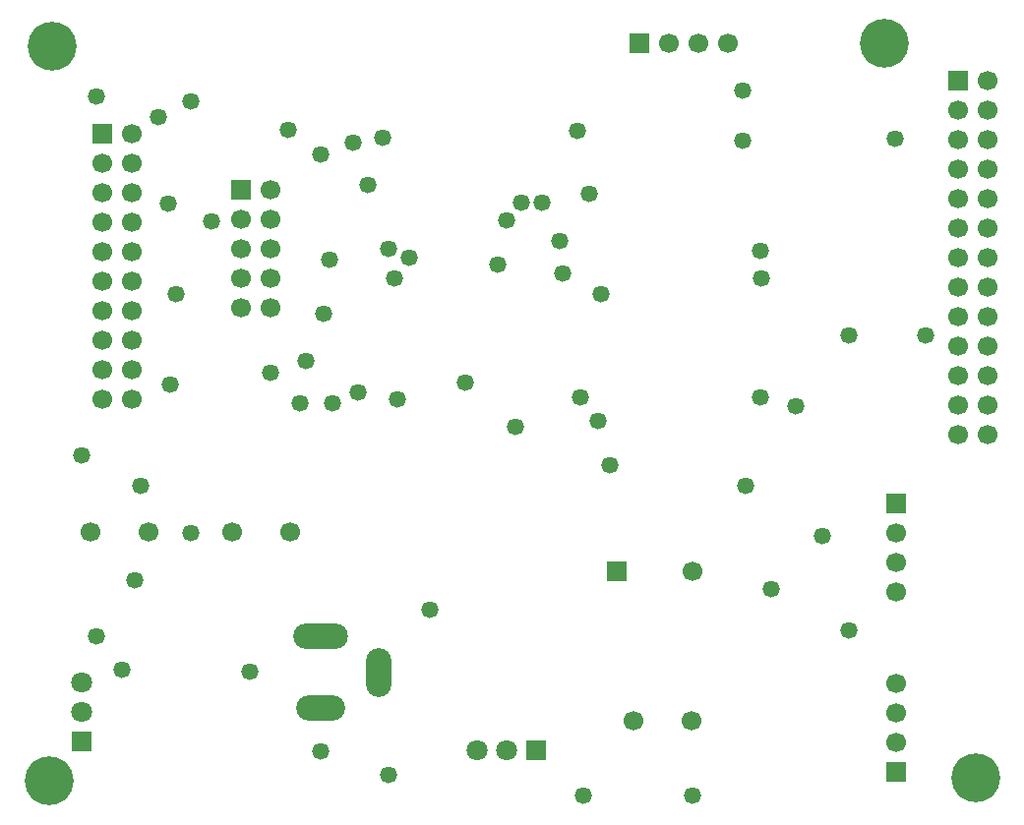
<source format=gbs>
%FSTAX53Y53*%
%MOMM*%
%SFA1B1*%

%IPPOS*%
%ADD10C,4.199992*%
%ADD11C,1.699997*%
%ADD12R,1.699997X1.699997*%
%ADD13R,1.699997X1.699997*%
%ADD14C,1.799996*%
%ADD15R,1.799996X1.799996*%
%ADD16C,1.699997*%
%ADD17O,2.199996X4.199992*%
%ADD18O,4.199992X2.199996*%
%ADD19O,4.699991X2.199996*%
%ADD20R,1.799996X1.799996*%
%ADD21C,1.469997*%
%LNmain_board_pcb-1*%
%LPD*%
G54D10*
X00140719Y00037079D03*
X00132839Y00100329D03*
X00061209Y00100079D03*
X00060959Y00036829D03*
G54D11*
X00119379Y00100329D03*
X00116839D03*
X00114299D03*
X00133859Y00053089D03*
Y00055629D03*
Y00058169D03*
Y00040129D03*
Y00042669D03*
Y00045209D03*
X00076749Y00058239D03*
X00081749D03*
X00116339Y00054879D03*
X00069559Y00058239D03*
X00064559D03*
X00089329Y00045129D03*
Y00047129D03*
X00083329Y00043129D03*
X00085329D03*
X00080019Y00087699D03*
X00077479Y00085159D03*
X00080019D03*
X00077479Y00082619D03*
X00080019D03*
X00077479Y00080079D03*
X00080019D03*
X00077479Y00077539D03*
X00080019D03*
X00116299Y00041979D03*
X00111299D03*
X00141739Y00066619D03*
X00139199D03*
X00141739Y00069159D03*
X00139199D03*
X00141739Y00071699D03*
X00139199D03*
X00141739Y00074239D03*
X00139199D03*
X00141739Y00076779D03*
X00139199D03*
X00141739Y00079319D03*
X00139199D03*
X00141739Y00081859D03*
X00139199D03*
X00141739Y00084399D03*
X00139199D03*
X00141739Y00086939D03*
X00139199D03*
X00141739Y00089479D03*
X00139199D03*
X00141739Y00092019D03*
X00139199D03*
X00141739Y00094559D03*
X00139199D03*
X00141739Y00097099D03*
X00068079Y00069669D03*
X00065539D03*
X00068079Y00072209D03*
X00065539D03*
X00068079Y00074749D03*
X00065539D03*
X00068079Y00077289D03*
X00065539D03*
X00068079Y00079829D03*
X00065539D03*
X00068079Y00082369D03*
X00065539D03*
X00068079Y00084909D03*
X00065539D03*
X00068079Y00087449D03*
X00065539D03*
X00068079Y00089989D03*
X00065539D03*
X00068079Y00092529D03*
G54D12*
X00111759Y00100329D03*
X00109839Y00054879D03*
G54D13*
X00133859Y00060709D03*
Y00037589D03*
X00077479Y00087699D03*
X00139199Y00097099D03*
X00065539Y00092529D03*
G54D14*
X00063759Y00045279D03*
Y00042739D03*
X00097799Y00039439D03*
X00100339D03*
G54D15*
X00063759Y00040199D03*
G54D16*
X00085579Y00049329D03*
X00083079D03*
G54D17*
X00089329Y00046129D03*
G54D18*
X00084329Y00043129D03*
G54D19*
X00084329Y00049329D03*
G54D20*
X00102879Y00039439D03*
G54D21*
X00089659Y00092199D03*
X00104899Y00083309D03*
X00105159Y00080519D03*
X00127509Y00057909D03*
X00120899Y00062229D03*
X00103379Y00086609D03*
X00101599D03*
X00129789Y00049779D03*
X00123109Y00053339D03*
X00100329Y00085089D03*
X00109219Y00064009D03*
X00106929Y00035559D03*
X00101089Y00067309D03*
X00096769Y00071119D03*
X00116329Y00035559D03*
X00090169Y00037339D03*
X00093729Y00051559D03*
X00120649Y00091949D03*
X00065019Y00049279D03*
X00068829Y00062229D03*
X00078229Y00046229D03*
X00067259Y00046379D03*
X00068329Y00054099D03*
X00136399Y00075179D03*
X00120649Y00096269D03*
X00073149Y00058169D03*
X00108459Y00078739D03*
X00065019Y00095759D03*
X00074939Y00084979D03*
X00085099Y00081679D03*
X00081539Y00092879D03*
X00071249Y00086559D03*
X00090179Y00082619D03*
X00084589Y00077029D03*
X00071379Y00070939D03*
X00087559Y00070279D03*
X00106679Y00069849D03*
X00085339Y00069339D03*
X00108199Y00067819D03*
X00073159Y00095349D03*
X00106479Y00092809D03*
X00084329Y00090749D03*
X00087129Y00091769D03*
X00082619Y00069379D03*
X00070359Y00094029D03*
X00088389Y00088139D03*
X00122309Y00080079D03*
X00125289Y00069089D03*
X00090939Y00069669D03*
X00063759Y00064839D03*
X00080019Y00071949D03*
X00083059Y00072969D03*
X00090679Y00080079D03*
X00091949Y00081859D03*
X00099569Y00081279D03*
X00133809Y00092099D03*
X00071879Y00078739D03*
X00122219Y00082459D03*
X00122169Y00069849D03*
X00084329Y00039369D03*
X00107489Y00087379D03*
X00129789Y00075179D03*
M02*
</source>
